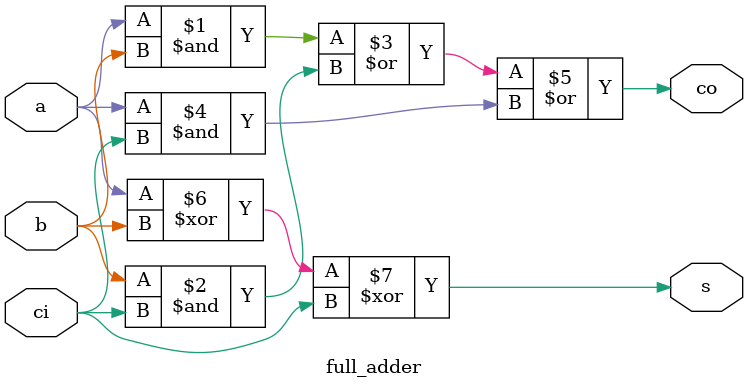
<source format=v>
`timescale 1ns / 1ps


module full_adder(
input a,
input b,
input ci,
output s,
output co
    );
    
    assign co = (a & b) | (b & ci) | (a & ci);
    assign s = a ^ b ^ ci;
    
endmodule

</source>
